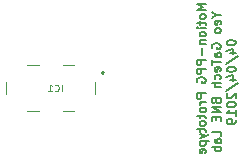
<source format=gbo>
G04 #@! TF.GenerationSoftware,KiCad,Pcbnew,(5.0.0)*
G04 #@! TF.CreationDate,2019-04-04T15:00:13-04:00*
G04 #@! TF.ProjectId,motion_ppg,6D6F74696F6E5F7070672E6B69636164,rev?*
G04 #@! TF.SameCoordinates,Original*
G04 #@! TF.FileFunction,Legend,Bot*
G04 #@! TF.FilePolarity,Positive*
%FSLAX46Y46*%
G04 Gerber Fmt 4.6, Leading zero omitted, Abs format (unit mm)*
G04 Created by KiCad (PCBNEW (5.0.0)) date 04/04/19 15:00:13*
%MOMM*%
%LPD*%
G01*
G04 APERTURE LIST*
%ADD10C,0.127000*%
%ADD11C,0.200000*%
%ADD12C,0.100000*%
%ADD13C,0.090000*%
G04 APERTURE END LIST*
D10*
X293514714Y-127204142D02*
X292752714Y-127204142D01*
X293297000Y-127458142D01*
X292752714Y-127712142D01*
X293514714Y-127712142D01*
X293514714Y-128183857D02*
X293478428Y-128111285D01*
X293442142Y-128075000D01*
X293369571Y-128038714D01*
X293151857Y-128038714D01*
X293079285Y-128075000D01*
X293043000Y-128111285D01*
X293006714Y-128183857D01*
X293006714Y-128292714D01*
X293043000Y-128365285D01*
X293079285Y-128401571D01*
X293151857Y-128437857D01*
X293369571Y-128437857D01*
X293442142Y-128401571D01*
X293478428Y-128365285D01*
X293514714Y-128292714D01*
X293514714Y-128183857D01*
X293006714Y-128655571D02*
X293006714Y-128945857D01*
X292752714Y-128764428D02*
X293405857Y-128764428D01*
X293478428Y-128800714D01*
X293514714Y-128873285D01*
X293514714Y-128945857D01*
X293514714Y-129199857D02*
X293006714Y-129199857D01*
X292752714Y-129199857D02*
X292789000Y-129163571D01*
X292825285Y-129199857D01*
X292789000Y-129236142D01*
X292752714Y-129199857D01*
X292825285Y-129199857D01*
X293514714Y-129671571D02*
X293478428Y-129599000D01*
X293442142Y-129562714D01*
X293369571Y-129526428D01*
X293151857Y-129526428D01*
X293079285Y-129562714D01*
X293043000Y-129599000D01*
X293006714Y-129671571D01*
X293006714Y-129780428D01*
X293043000Y-129853000D01*
X293079285Y-129889285D01*
X293151857Y-129925571D01*
X293369571Y-129925571D01*
X293442142Y-129889285D01*
X293478428Y-129853000D01*
X293514714Y-129780428D01*
X293514714Y-129671571D01*
X293006714Y-130252142D02*
X293514714Y-130252142D01*
X293079285Y-130252142D02*
X293043000Y-130288428D01*
X293006714Y-130361000D01*
X293006714Y-130469857D01*
X293043000Y-130542428D01*
X293115571Y-130578714D01*
X293514714Y-130578714D01*
X293224428Y-130941571D02*
X293224428Y-131522142D01*
X293514714Y-131885000D02*
X292752714Y-131885000D01*
X292752714Y-132175285D01*
X292789000Y-132247857D01*
X292825285Y-132284142D01*
X292897857Y-132320428D01*
X293006714Y-132320428D01*
X293079285Y-132284142D01*
X293115571Y-132247857D01*
X293151857Y-132175285D01*
X293151857Y-131885000D01*
X293514714Y-132647000D02*
X292752714Y-132647000D01*
X292752714Y-132937285D01*
X292789000Y-133009857D01*
X292825285Y-133046142D01*
X292897857Y-133082428D01*
X293006714Y-133082428D01*
X293079285Y-133046142D01*
X293115571Y-133009857D01*
X293151857Y-132937285D01*
X293151857Y-132647000D01*
X292789000Y-133808142D02*
X292752714Y-133735571D01*
X292752714Y-133626714D01*
X292789000Y-133517857D01*
X292861571Y-133445285D01*
X292934142Y-133409000D01*
X293079285Y-133372714D01*
X293188142Y-133372714D01*
X293333285Y-133409000D01*
X293405857Y-133445285D01*
X293478428Y-133517857D01*
X293514714Y-133626714D01*
X293514714Y-133699285D01*
X293478428Y-133808142D01*
X293442142Y-133844428D01*
X293188142Y-133844428D01*
X293188142Y-133699285D01*
X293514714Y-134751571D02*
X292752714Y-134751571D01*
X292752714Y-135041857D01*
X292789000Y-135114428D01*
X292825285Y-135150714D01*
X292897857Y-135187000D01*
X293006714Y-135187000D01*
X293079285Y-135150714D01*
X293115571Y-135114428D01*
X293151857Y-135041857D01*
X293151857Y-134751571D01*
X293514714Y-135513571D02*
X293006714Y-135513571D01*
X293151857Y-135513571D02*
X293079285Y-135549857D01*
X293043000Y-135586142D01*
X293006714Y-135658714D01*
X293006714Y-135731285D01*
X293514714Y-136094142D02*
X293478428Y-136021571D01*
X293442142Y-135985285D01*
X293369571Y-135949000D01*
X293151857Y-135949000D01*
X293079285Y-135985285D01*
X293043000Y-136021571D01*
X293006714Y-136094142D01*
X293006714Y-136203000D01*
X293043000Y-136275571D01*
X293079285Y-136311857D01*
X293151857Y-136348142D01*
X293369571Y-136348142D01*
X293442142Y-136311857D01*
X293478428Y-136275571D01*
X293514714Y-136203000D01*
X293514714Y-136094142D01*
X293006714Y-136565857D02*
X293006714Y-136856142D01*
X292752714Y-136674714D02*
X293405857Y-136674714D01*
X293478428Y-136711000D01*
X293514714Y-136783571D01*
X293514714Y-136856142D01*
X293514714Y-137219000D02*
X293478428Y-137146428D01*
X293442142Y-137110142D01*
X293369571Y-137073857D01*
X293151857Y-137073857D01*
X293079285Y-137110142D01*
X293043000Y-137146428D01*
X293006714Y-137219000D01*
X293006714Y-137327857D01*
X293043000Y-137400428D01*
X293079285Y-137436714D01*
X293151857Y-137473000D01*
X293369571Y-137473000D01*
X293442142Y-137436714D01*
X293478428Y-137400428D01*
X293514714Y-137327857D01*
X293514714Y-137219000D01*
X293006714Y-137690714D02*
X293006714Y-137981000D01*
X292752714Y-137799571D02*
X293405857Y-137799571D01*
X293478428Y-137835857D01*
X293514714Y-137908428D01*
X293514714Y-137981000D01*
X293006714Y-138162428D02*
X293514714Y-138343857D01*
X293006714Y-138525285D02*
X293514714Y-138343857D01*
X293696142Y-138271285D01*
X293732428Y-138235000D01*
X293768714Y-138162428D01*
X293006714Y-138815571D02*
X293768714Y-138815571D01*
X293043000Y-138815571D02*
X293006714Y-138888142D01*
X293006714Y-139033285D01*
X293043000Y-139105857D01*
X293079285Y-139142142D01*
X293151857Y-139178428D01*
X293369571Y-139178428D01*
X293442142Y-139142142D01*
X293478428Y-139105857D01*
X293514714Y-139033285D01*
X293514714Y-138888142D01*
X293478428Y-138815571D01*
X293478428Y-139795285D02*
X293514714Y-139722714D01*
X293514714Y-139577571D01*
X293478428Y-139505000D01*
X293405857Y-139468714D01*
X293115571Y-139468714D01*
X293043000Y-139505000D01*
X293006714Y-139577571D01*
X293006714Y-139722714D01*
X293043000Y-139795285D01*
X293115571Y-139831571D01*
X293188142Y-139831571D01*
X293260714Y-139468714D01*
X294421857Y-128111285D02*
X294784714Y-128111285D01*
X294022714Y-127857285D02*
X294421857Y-128111285D01*
X294022714Y-128365285D01*
X294748428Y-128909571D02*
X294784714Y-128837000D01*
X294784714Y-128691857D01*
X294748428Y-128619285D01*
X294675857Y-128583000D01*
X294385571Y-128583000D01*
X294313000Y-128619285D01*
X294276714Y-128691857D01*
X294276714Y-128837000D01*
X294313000Y-128909571D01*
X294385571Y-128945857D01*
X294458142Y-128945857D01*
X294530714Y-128583000D01*
X294784714Y-129381285D02*
X294748428Y-129308714D01*
X294712142Y-129272428D01*
X294639571Y-129236142D01*
X294421857Y-129236142D01*
X294349285Y-129272428D01*
X294313000Y-129308714D01*
X294276714Y-129381285D01*
X294276714Y-129490142D01*
X294313000Y-129562714D01*
X294349285Y-129599000D01*
X294421857Y-129635285D01*
X294639571Y-129635285D01*
X294712142Y-129599000D01*
X294748428Y-129562714D01*
X294784714Y-129490142D01*
X294784714Y-129381285D01*
X294059000Y-130941571D02*
X294022714Y-130869000D01*
X294022714Y-130760142D01*
X294059000Y-130651285D01*
X294131571Y-130578714D01*
X294204142Y-130542428D01*
X294349285Y-130506142D01*
X294458142Y-130506142D01*
X294603285Y-130542428D01*
X294675857Y-130578714D01*
X294748428Y-130651285D01*
X294784714Y-130760142D01*
X294784714Y-130832714D01*
X294748428Y-130941571D01*
X294712142Y-130977857D01*
X294458142Y-130977857D01*
X294458142Y-130832714D01*
X294784714Y-131631000D02*
X294385571Y-131631000D01*
X294313000Y-131594714D01*
X294276714Y-131522142D01*
X294276714Y-131377000D01*
X294313000Y-131304428D01*
X294748428Y-131631000D02*
X294784714Y-131558428D01*
X294784714Y-131377000D01*
X294748428Y-131304428D01*
X294675857Y-131268142D01*
X294603285Y-131268142D01*
X294530714Y-131304428D01*
X294494428Y-131377000D01*
X294494428Y-131558428D01*
X294458142Y-131631000D01*
X294022714Y-131885000D02*
X294022714Y-132320428D01*
X294784714Y-132102714D02*
X294022714Y-132102714D01*
X294748428Y-132864714D02*
X294784714Y-132792142D01*
X294784714Y-132647000D01*
X294748428Y-132574428D01*
X294675857Y-132538142D01*
X294385571Y-132538142D01*
X294313000Y-132574428D01*
X294276714Y-132647000D01*
X294276714Y-132792142D01*
X294313000Y-132864714D01*
X294385571Y-132901000D01*
X294458142Y-132901000D01*
X294530714Y-132538142D01*
X294748428Y-133554142D02*
X294784714Y-133481571D01*
X294784714Y-133336428D01*
X294748428Y-133263857D01*
X294712142Y-133227571D01*
X294639571Y-133191285D01*
X294421857Y-133191285D01*
X294349285Y-133227571D01*
X294313000Y-133263857D01*
X294276714Y-133336428D01*
X294276714Y-133481571D01*
X294313000Y-133554142D01*
X294784714Y-133880714D02*
X294022714Y-133880714D01*
X294784714Y-134207285D02*
X294385571Y-134207285D01*
X294313000Y-134171000D01*
X294276714Y-134098428D01*
X294276714Y-133989571D01*
X294313000Y-133917000D01*
X294349285Y-133880714D01*
X294385571Y-135404714D02*
X294421857Y-135513571D01*
X294458142Y-135549857D01*
X294530714Y-135586142D01*
X294639571Y-135586142D01*
X294712142Y-135549857D01*
X294748428Y-135513571D01*
X294784714Y-135441000D01*
X294784714Y-135150714D01*
X294022714Y-135150714D01*
X294022714Y-135404714D01*
X294059000Y-135477285D01*
X294095285Y-135513571D01*
X294167857Y-135549857D01*
X294240428Y-135549857D01*
X294313000Y-135513571D01*
X294349285Y-135477285D01*
X294385571Y-135404714D01*
X294385571Y-135150714D01*
X294784714Y-135912714D02*
X294022714Y-135912714D01*
X294784714Y-136348142D01*
X294022714Y-136348142D01*
X294385571Y-136711000D02*
X294385571Y-136965000D01*
X294784714Y-137073857D02*
X294784714Y-136711000D01*
X294022714Y-136711000D01*
X294022714Y-137073857D01*
X294784714Y-138343857D02*
X294784714Y-137981000D01*
X294022714Y-137981000D01*
X294784714Y-138924428D02*
X294385571Y-138924428D01*
X294313000Y-138888142D01*
X294276714Y-138815571D01*
X294276714Y-138670428D01*
X294313000Y-138597857D01*
X294748428Y-138924428D02*
X294784714Y-138851857D01*
X294784714Y-138670428D01*
X294748428Y-138597857D01*
X294675857Y-138561571D01*
X294603285Y-138561571D01*
X294530714Y-138597857D01*
X294494428Y-138670428D01*
X294494428Y-138851857D01*
X294458142Y-138924428D01*
X294784714Y-139287285D02*
X294022714Y-139287285D01*
X294313000Y-139287285D02*
X294276714Y-139359857D01*
X294276714Y-139505000D01*
X294313000Y-139577571D01*
X294349285Y-139613857D01*
X294421857Y-139650142D01*
X294639571Y-139650142D01*
X294712142Y-139613857D01*
X294748428Y-139577571D01*
X294784714Y-139505000D01*
X294784714Y-139359857D01*
X294748428Y-139287285D01*
X295292714Y-130415428D02*
X295292714Y-130488000D01*
X295329000Y-130560571D01*
X295365285Y-130596857D01*
X295437857Y-130633142D01*
X295583000Y-130669428D01*
X295764428Y-130669428D01*
X295909571Y-130633142D01*
X295982142Y-130596857D01*
X296018428Y-130560571D01*
X296054714Y-130488000D01*
X296054714Y-130415428D01*
X296018428Y-130342857D01*
X295982142Y-130306571D01*
X295909571Y-130270285D01*
X295764428Y-130234000D01*
X295583000Y-130234000D01*
X295437857Y-130270285D01*
X295365285Y-130306571D01*
X295329000Y-130342857D01*
X295292714Y-130415428D01*
X295546714Y-131322571D02*
X296054714Y-131322571D01*
X295256428Y-131141142D02*
X295800714Y-130959714D01*
X295800714Y-131431428D01*
X295256428Y-132266000D02*
X296236142Y-131612857D01*
X295292714Y-132665142D02*
X295292714Y-132737714D01*
X295329000Y-132810285D01*
X295365285Y-132846571D01*
X295437857Y-132882857D01*
X295583000Y-132919142D01*
X295764428Y-132919142D01*
X295909571Y-132882857D01*
X295982142Y-132846571D01*
X296018428Y-132810285D01*
X296054714Y-132737714D01*
X296054714Y-132665142D01*
X296018428Y-132592571D01*
X295982142Y-132556285D01*
X295909571Y-132520000D01*
X295764428Y-132483714D01*
X295583000Y-132483714D01*
X295437857Y-132520000D01*
X295365285Y-132556285D01*
X295329000Y-132592571D01*
X295292714Y-132665142D01*
X295546714Y-133572285D02*
X296054714Y-133572285D01*
X295256428Y-133390857D02*
X295800714Y-133209428D01*
X295800714Y-133681142D01*
X295256428Y-134515714D02*
X296236142Y-133862571D01*
X295365285Y-134733428D02*
X295329000Y-134769714D01*
X295292714Y-134842285D01*
X295292714Y-135023714D01*
X295329000Y-135096285D01*
X295365285Y-135132571D01*
X295437857Y-135168857D01*
X295510428Y-135168857D01*
X295619285Y-135132571D01*
X296054714Y-134697142D01*
X296054714Y-135168857D01*
X295292714Y-135640571D02*
X295292714Y-135713142D01*
X295329000Y-135785714D01*
X295365285Y-135822000D01*
X295437857Y-135858285D01*
X295583000Y-135894571D01*
X295764428Y-135894571D01*
X295909571Y-135858285D01*
X295982142Y-135822000D01*
X296018428Y-135785714D01*
X296054714Y-135713142D01*
X296054714Y-135640571D01*
X296018428Y-135568000D01*
X295982142Y-135531714D01*
X295909571Y-135495428D01*
X295764428Y-135459142D01*
X295583000Y-135459142D01*
X295437857Y-135495428D01*
X295365285Y-135531714D01*
X295329000Y-135568000D01*
X295292714Y-135640571D01*
X296054714Y-136620285D02*
X296054714Y-136184857D01*
X296054714Y-136402571D02*
X295292714Y-136402571D01*
X295401571Y-136330000D01*
X295474142Y-136257428D01*
X295510428Y-136184857D01*
X296054714Y-136983142D02*
X296054714Y-137128285D01*
X296018428Y-137200857D01*
X295982142Y-137237142D01*
X295873285Y-137309714D01*
X295728142Y-137346000D01*
X295437857Y-137346000D01*
X295365285Y-137309714D01*
X295329000Y-137273428D01*
X295292714Y-137200857D01*
X295292714Y-137055714D01*
X295329000Y-136983142D01*
X295365285Y-136946857D01*
X295437857Y-136910571D01*
X295619285Y-136910571D01*
X295691857Y-136946857D01*
X295728142Y-136983142D01*
X295764428Y-137055714D01*
X295764428Y-137200857D01*
X295728142Y-137273428D01*
X295691857Y-137309714D01*
X295619285Y-137346000D01*
D11*
G04 #@! TO.C,IC1*
X284790000Y-132900000D02*
G75*
G02X284790000Y-133100000I0J-100000D01*
G01*
X284790000Y-133100000D02*
G75*
G02X284790000Y-132900000I0J100000D01*
G01*
X284790000Y-133100000D02*
X284790000Y-133100000D01*
X284790000Y-132900000D02*
X284790000Y-132900000D01*
D12*
X276640000Y-133800000D02*
X276640000Y-134800000D01*
X284140000Y-133800000D02*
X284140000Y-134800000D01*
X279390000Y-136250000D02*
X278390000Y-136250000D01*
X282390000Y-136250000D02*
X281390000Y-136250000D01*
X279390000Y-132350000D02*
X278390000Y-132350000D01*
X282390000Y-132350000D02*
X281390000Y-132350000D01*
D13*
X281311666Y-134553333D02*
X281311666Y-133993333D01*
X280725000Y-134500000D02*
X280751666Y-134526666D01*
X280831666Y-134553333D01*
X280885000Y-134553333D01*
X280965000Y-134526666D01*
X281018333Y-134473333D01*
X281045000Y-134420000D01*
X281071666Y-134313333D01*
X281071666Y-134233333D01*
X281045000Y-134126666D01*
X281018333Y-134073333D01*
X280965000Y-134020000D01*
X280885000Y-133993333D01*
X280831666Y-133993333D01*
X280751666Y-134020000D01*
X280725000Y-134046666D01*
X280191666Y-134553333D02*
X280511666Y-134553333D01*
X280351666Y-134553333D02*
X280351666Y-133993333D01*
X280405000Y-134073333D01*
X280458333Y-134126666D01*
X280511666Y-134153333D01*
G04 #@! TD*
M02*

</source>
